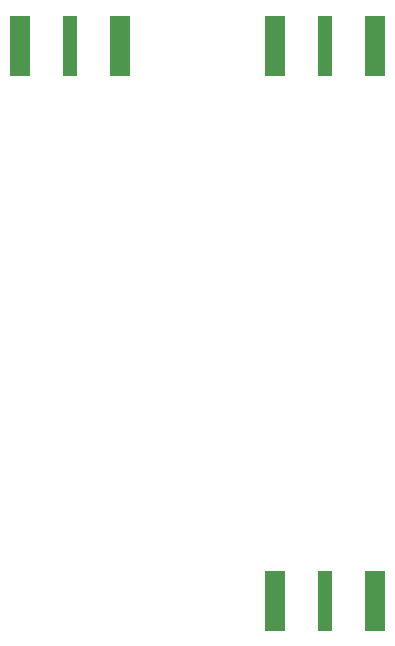
<source format=gtp>
G04 #@! TF.FileFunction,Paste,Top*
%FSLAX46Y46*%
G04 Gerber Fmt 4.6, Leading zero omitted, Abs format (unit mm)*
G04 Created by KiCad (PCBNEW 4.0.4+e1-6308~48~ubuntu16.04.1-stable) date Fri Dec  2 11:08:50 2016*
%MOMM*%
%LPD*%
G01*
G04 APERTURE LIST*
%ADD10C,0.100000*%
%ADD11R,1.778000X5.080000*%
%ADD12R,1.270000X5.080000*%
G04 APERTURE END LIST*
D10*
D11*
X80454500Y-87630000D03*
X71945500Y-87630000D03*
D12*
X76200000Y-87630000D03*
D11*
X102044500Y-87630000D03*
X93535500Y-87630000D03*
D12*
X97790000Y-87630000D03*
D11*
X93535500Y-134620000D03*
X102044500Y-134620000D03*
D12*
X97790000Y-134620000D03*
M02*

</source>
